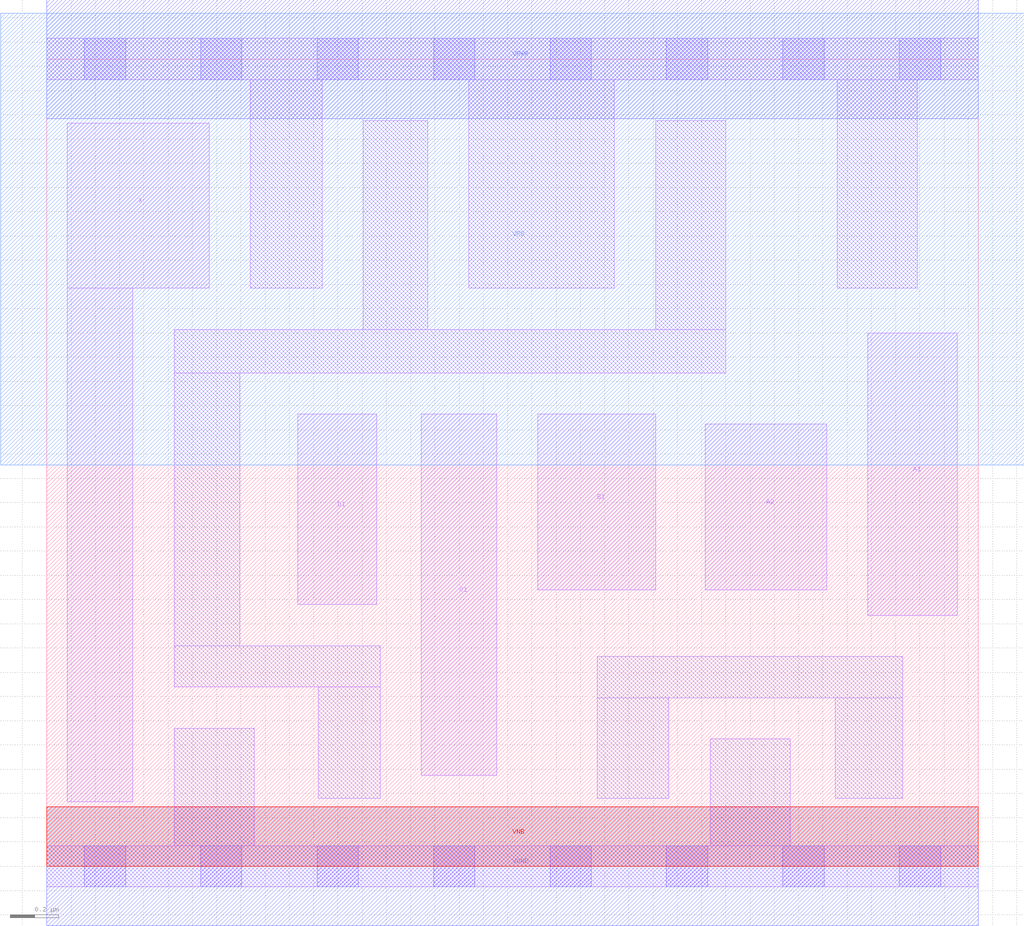
<source format=lef>
# Copyright 2020 The SkyWater PDK Authors
#
# Licensed under the Apache License, Version 2.0 (the "License");
# you may not use this file except in compliance with the License.
# You may obtain a copy of the License at
#
#     https://www.apache.org/licenses/LICENSE-2.0
#
# Unless required by applicable law or agreed to in writing, software
# distributed under the License is distributed on an "AS IS" BASIS,
# WITHOUT WARRANTIES OR CONDITIONS OF ANY KIND, either express or implied.
# See the License for the specific language governing permissions and
# limitations under the License.
#
# SPDX-License-Identifier: Apache-2.0

VERSION 5.7 ;
  NOWIREEXTENSIONATPIN ON ;
  DIVIDERCHAR "/" ;
  BUSBITCHARS "[]" ;
MACRO sky130_fd_sc_lp__o2111a_0
  CLASS CORE ;
  FOREIGN sky130_fd_sc_lp__o2111a_0 ;
  ORIGIN  0.000000  0.000000 ;
  SIZE  3.840000 BY  3.330000 ;
  SYMMETRY X Y R90 ;
  SITE unit ;
  PIN A1
    ANTENNAGATEAREA  0.159000 ;
    DIRECTION INPUT ;
    USE SIGNAL ;
    PORT
      LAYER li1 ;
        RECT 3.385000 1.035000 3.755000 2.200000 ;
    END
  END A1
  PIN A2
    ANTENNAGATEAREA  0.159000 ;
    DIRECTION INPUT ;
    USE SIGNAL ;
    PORT
      LAYER li1 ;
        RECT 2.715000 1.140000 3.215000 1.825000 ;
    END
  END A2
  PIN B1
    ANTENNAGATEAREA  0.159000 ;
    DIRECTION INPUT ;
    USE SIGNAL ;
    PORT
      LAYER li1 ;
        RECT 2.025000 1.140000 2.510000 1.865000 ;
    END
  END B1
  PIN C1
    ANTENNAGATEAREA  0.159000 ;
    DIRECTION INPUT ;
    USE SIGNAL ;
    PORT
      LAYER li1 ;
        RECT 1.545000 0.375000 1.855000 1.865000 ;
    END
  END C1
  PIN D1
    ANTENNAGATEAREA  0.159000 ;
    DIRECTION INPUT ;
    USE SIGNAL ;
    PORT
      LAYER li1 ;
        RECT 1.035000 1.080000 1.360000 1.865000 ;
    END
  END D1
  PIN X
    ANTENNADIFFAREA  0.280900 ;
    DIRECTION OUTPUT ;
    USE SIGNAL ;
    PORT
      LAYER li1 ;
        RECT 0.085000 0.265000 0.355000 2.385000 ;
        RECT 0.085000 2.385000 0.670000 3.065000 ;
    END
  END X
  PIN VGND
    DIRECTION INOUT ;
    USE GROUND ;
    PORT
      LAYER met1 ;
        RECT 0.000000 -0.245000 3.840000 0.245000 ;
    END
  END VGND
  PIN VNB
    DIRECTION INOUT ;
    USE GROUND ;
    PORT
      LAYER pwell ;
        RECT 0.000000 0.000000 3.840000 0.245000 ;
    END
  END VNB
  PIN VPB
    DIRECTION INOUT ;
    USE POWER ;
    PORT
      LAYER nwell ;
        RECT -0.190000 1.655000 4.030000 3.520000 ;
    END
  END VPB
  PIN VPWR
    DIRECTION INOUT ;
    USE POWER ;
    PORT
      LAYER met1 ;
        RECT 0.000000 3.085000 3.840000 3.575000 ;
    END
  END VPWR
  OBS
    LAYER li1 ;
      RECT 0.000000 -0.085000 3.840000 0.085000 ;
      RECT 0.000000  3.245000 3.840000 3.415000 ;
      RECT 0.525000  0.085000 0.855000 0.570000 ;
      RECT 0.525000  0.740000 1.375000 0.910000 ;
      RECT 0.525000  0.910000 0.795000 2.035000 ;
      RECT 0.525000  2.035000 2.800000 2.215000 ;
      RECT 0.840000  2.385000 1.135000 3.245000 ;
      RECT 1.120000  0.280000 1.375000 0.740000 ;
      RECT 1.305000  2.215000 1.570000 3.075000 ;
      RECT 1.740000  2.385000 2.340000 3.245000 ;
      RECT 2.270000  0.280000 2.565000 0.695000 ;
      RECT 2.270000  0.695000 3.530000 0.865000 ;
      RECT 2.510000  2.215000 2.800000 3.075000 ;
      RECT 2.735000  0.085000 3.065000 0.525000 ;
      RECT 3.250000  0.280000 3.530000 0.695000 ;
      RECT 3.260000  2.385000 3.590000 3.245000 ;
    LAYER mcon ;
      RECT 0.155000 -0.085000 0.325000 0.085000 ;
      RECT 0.155000  3.245000 0.325000 3.415000 ;
      RECT 0.635000 -0.085000 0.805000 0.085000 ;
      RECT 0.635000  3.245000 0.805000 3.415000 ;
      RECT 1.115000 -0.085000 1.285000 0.085000 ;
      RECT 1.115000  3.245000 1.285000 3.415000 ;
      RECT 1.595000 -0.085000 1.765000 0.085000 ;
      RECT 1.595000  3.245000 1.765000 3.415000 ;
      RECT 2.075000 -0.085000 2.245000 0.085000 ;
      RECT 2.075000  3.245000 2.245000 3.415000 ;
      RECT 2.555000 -0.085000 2.725000 0.085000 ;
      RECT 2.555000  3.245000 2.725000 3.415000 ;
      RECT 3.035000 -0.085000 3.205000 0.085000 ;
      RECT 3.035000  3.245000 3.205000 3.415000 ;
      RECT 3.515000 -0.085000 3.685000 0.085000 ;
      RECT 3.515000  3.245000 3.685000 3.415000 ;
  END
END sky130_fd_sc_lp__o2111a_0
END LIBRARY

</source>
